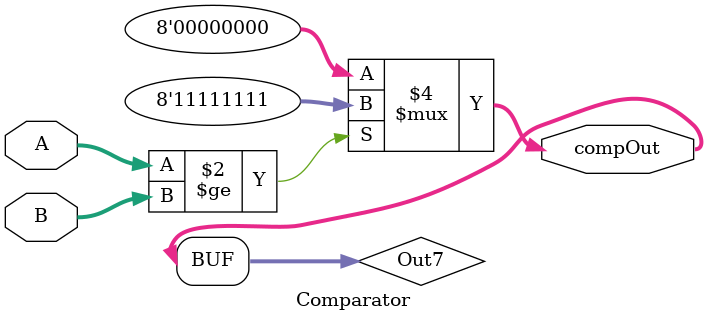
<source format=v>
`timescale 1ns / 1ps
module Comparator(input [7:0] A,B,output [7:0] compOut);
 reg[7:0] Out7;
 always @(A or B)
 begin
 if (A >= B)
 Out7 <= 8'b11111111;
 else
 Out7 <= 8'b00000000;
 end
 assign compOut = Out7;
endmodule

</source>
